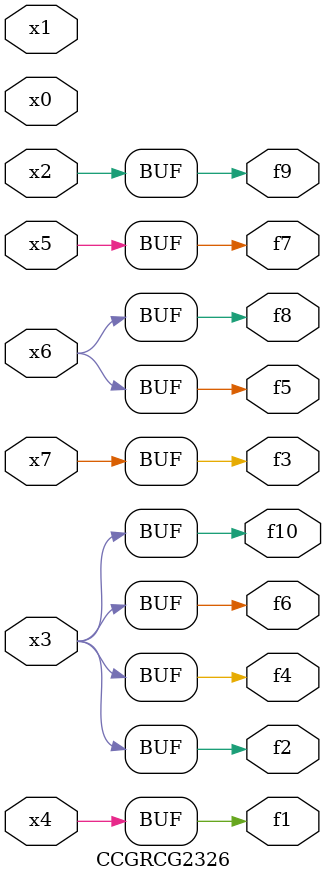
<source format=v>
module CCGRCG2326(
	input x0, x1, x2, x3, x4, x5, x6, x7,
	output f1, f2, f3, f4, f5, f6, f7, f8, f9, f10
);
	assign f1 = x4;
	assign f2 = x3;
	assign f3 = x7;
	assign f4 = x3;
	assign f5 = x6;
	assign f6 = x3;
	assign f7 = x5;
	assign f8 = x6;
	assign f9 = x2;
	assign f10 = x3;
endmodule

</source>
